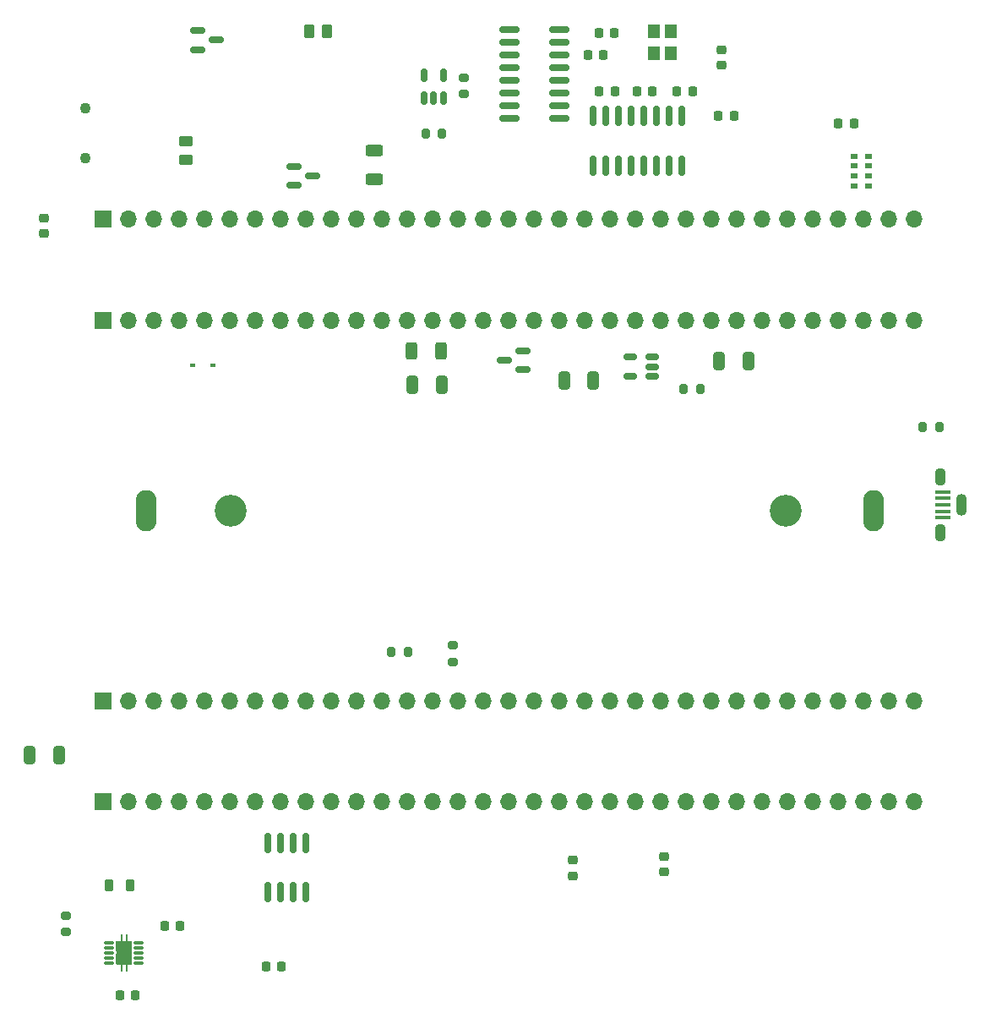
<source format=gbr>
%TF.GenerationSoftware,KiCad,Pcbnew,(6.0.2)*%
%TF.CreationDate,2022-04-08T22:35:16+02:00*%
%TF.ProjectId,main,6d61696e-2e6b-4696-9361-645f70636258,rev?*%
%TF.SameCoordinates,Original*%
%TF.FileFunction,Soldermask,Top*%
%TF.FilePolarity,Negative*%
%FSLAX46Y46*%
G04 Gerber Fmt 4.6, Leading zero omitted, Abs format (unit mm)*
G04 Created by KiCad (PCBNEW (6.0.2)) date 2022-04-08 22:35:16*
%MOMM*%
%LPD*%
G01*
G04 APERTURE LIST*
G04 Aperture macros list*
%AMRoundRect*
0 Rectangle with rounded corners*
0 $1 Rounding radius*
0 $2 $3 $4 $5 $6 $7 $8 $9 X,Y pos of 4 corners*
0 Add a 4 corners polygon primitive as box body*
4,1,4,$2,$3,$4,$5,$6,$7,$8,$9,$2,$3,0*
0 Add four circle primitives for the rounded corners*
1,1,$1+$1,$2,$3*
1,1,$1+$1,$4,$5*
1,1,$1+$1,$6,$7*
1,1,$1+$1,$8,$9*
0 Add four rect primitives between the rounded corners*
20,1,$1+$1,$2,$3,$4,$5,0*
20,1,$1+$1,$4,$5,$6,$7,0*
20,1,$1+$1,$6,$7,$8,$9,0*
20,1,$1+$1,$8,$9,$2,$3,0*%
G04 Aperture macros list end*
%ADD10O,2.070000X4.140000*%
%ADD11C,3.200000*%
%ADD12O,1.700000X1.700000*%
%ADD13R,1.700000X1.700000*%
%ADD14RoundRect,0.250000X0.312500X0.625000X-0.312500X0.625000X-0.312500X-0.625000X0.312500X-0.625000X0*%
%ADD15RoundRect,0.200000X0.200000X0.275000X-0.200000X0.275000X-0.200000X-0.275000X0.200000X-0.275000X0*%
%ADD16RoundRect,0.150000X0.512500X0.150000X-0.512500X0.150000X-0.512500X-0.150000X0.512500X-0.150000X0*%
%ADD17RoundRect,0.225000X-0.225000X-0.250000X0.225000X-0.250000X0.225000X0.250000X-0.225000X0.250000X0*%
%ADD18RoundRect,0.225000X-0.250000X0.225000X-0.250000X-0.225000X0.250000X-0.225000X0.250000X0.225000X0*%
%ADD19RoundRect,0.200000X0.275000X-0.200000X0.275000X0.200000X-0.275000X0.200000X-0.275000X-0.200000X0*%
%ADD20RoundRect,0.250000X0.450000X-0.262500X0.450000X0.262500X-0.450000X0.262500X-0.450000X-0.262500X0*%
%ADD21RoundRect,0.218750X0.218750X0.381250X-0.218750X0.381250X-0.218750X-0.381250X0.218750X-0.381250X0*%
%ADD22RoundRect,0.225000X0.250000X-0.225000X0.250000X0.225000X-0.250000X0.225000X-0.250000X-0.225000X0*%
%ADD23RoundRect,0.250000X0.625000X-0.312500X0.625000X0.312500X-0.625000X0.312500X-0.625000X-0.312500X0*%
%ADD24R,0.720000X0.600000*%
%ADD25RoundRect,0.150000X-0.587500X-0.150000X0.587500X-0.150000X0.587500X0.150000X-0.587500X0.150000X0*%
%ADD26RoundRect,0.225000X0.225000X0.250000X-0.225000X0.250000X-0.225000X-0.250000X0.225000X-0.250000X0*%
%ADD27RoundRect,0.150000X-0.150000X0.825000X-0.150000X-0.825000X0.150000X-0.825000X0.150000X0.825000X0*%
%ADD28C,1.100000*%
%ADD29RoundRect,0.250000X0.262500X0.450000X-0.262500X0.450000X-0.262500X-0.450000X0.262500X-0.450000X0*%
%ADD30RoundRect,0.250000X-0.325000X-0.650000X0.325000X-0.650000X0.325000X0.650000X-0.325000X0.650000X0*%
%ADD31RoundRect,0.150000X0.587500X0.150000X-0.587500X0.150000X-0.587500X-0.150000X0.587500X-0.150000X0*%
%ADD32O,1.100000X2.200000*%
%ADD33O,1.100000X1.800000*%
%ADD34R,1.500000X0.450000*%
%ADD35RoundRect,0.250000X0.325000X0.650000X-0.325000X0.650000X-0.325000X-0.650000X0.325000X-0.650000X0*%
%ADD36RoundRect,0.150000X0.150000X-0.512500X0.150000X0.512500X-0.150000X0.512500X-0.150000X-0.512500X0*%
%ADD37RoundRect,0.150000X0.825000X0.150000X-0.825000X0.150000X-0.825000X-0.150000X0.825000X-0.150000X0*%
%ADD38R,1.200000X1.400000*%
%ADD39RoundRect,0.200000X-0.275000X0.200000X-0.275000X-0.200000X0.275000X-0.200000X0.275000X0.200000X0*%
%ADD40R,0.600000X0.450000*%
%ADD41RoundRect,0.200000X-0.200000X-0.275000X0.200000X-0.275000X0.200000X0.275000X-0.200000X0.275000X0*%
%ADD42O,0.990000X0.420000*%
%ADD43RoundRect,0.070000X-0.140000X-0.140000X0.140000X-0.140000X0.140000X0.140000X-0.140000X0.140000X0*%
%ADD44R,0.280000X0.700000*%
%ADD45C,0.600000*%
%ADD46R,0.260000X0.500000*%
%ADD47R,1.650000X2.400000*%
%ADD48R,0.680000X1.050000*%
G04 APERTURE END LIST*
D10*
%TO.C,BT1*%
X98320000Y-96520000D03*
X171220000Y-96520000D03*
D11*
X106815000Y-96520000D03*
X162430000Y-96520000D03*
%TD*%
D12*
%TO.C,J1*%
X175260000Y-67310000D03*
X172720000Y-67310000D03*
X170180000Y-67310000D03*
X167640000Y-67310000D03*
X165100000Y-67310000D03*
X162560000Y-67310000D03*
X160020000Y-67310000D03*
X157480000Y-67310000D03*
X154940000Y-67310000D03*
X152400000Y-67310000D03*
X149860000Y-67310000D03*
X147320000Y-67310000D03*
X144780000Y-67310000D03*
X142240000Y-67310000D03*
X139700000Y-67310000D03*
X137160000Y-67310000D03*
X134620000Y-67310000D03*
X132080000Y-67310000D03*
X129540000Y-67310000D03*
X127000000Y-67310000D03*
X124460000Y-67310000D03*
X121920000Y-67310000D03*
X119380000Y-67310000D03*
X116840000Y-67310000D03*
X114300000Y-67310000D03*
X111760000Y-67310000D03*
X109220000Y-67310000D03*
X106680000Y-67310000D03*
X104140000Y-67310000D03*
X101600000Y-67310000D03*
X99060000Y-67310000D03*
X96520000Y-67310000D03*
D13*
X93980000Y-67310000D03*
%TD*%
%TO.C,J4*%
X93980000Y-125680000D03*
D12*
X96520000Y-125680000D03*
X99060000Y-125680000D03*
X101600000Y-125680000D03*
X104140000Y-125680000D03*
X106680000Y-125680000D03*
X109220000Y-125680000D03*
X111760000Y-125680000D03*
X114300000Y-125680000D03*
X116840000Y-125680000D03*
X119380000Y-125680000D03*
X121920000Y-125680000D03*
X124460000Y-125680000D03*
X127000000Y-125680000D03*
X129540000Y-125680000D03*
X132080000Y-125680000D03*
X134620000Y-125680000D03*
X137160000Y-125680000D03*
X139700000Y-125680000D03*
X142240000Y-125680000D03*
X144780000Y-125680000D03*
X147320000Y-125680000D03*
X149860000Y-125680000D03*
X152400000Y-125680000D03*
X154940000Y-125680000D03*
X157480000Y-125680000D03*
X160020000Y-125680000D03*
X162560000Y-125680000D03*
X165100000Y-125680000D03*
X167640000Y-125680000D03*
X170180000Y-125680000D03*
X172720000Y-125680000D03*
X175260000Y-125680000D03*
%TD*%
D14*
%TO.C,R17*%
X127862500Y-80500000D03*
X124937500Y-80500000D03*
%TD*%
D15*
%TO.C,R2*%
X153850000Y-84350000D03*
X152200000Y-84350000D03*
%TD*%
D16*
%TO.C,U1*%
X149087500Y-83050000D03*
X149087500Y-82100000D03*
X149087500Y-81150000D03*
X146812500Y-81150000D03*
X146812500Y-83050000D03*
%TD*%
D17*
%TO.C,C34*%
X147525000Y-54500000D03*
X149075000Y-54500000D03*
%TD*%
D18*
%TO.C,C30*%
X141050000Y-131525000D03*
X141050000Y-133075000D03*
%TD*%
D19*
%TO.C,R5*%
X90300000Y-138725000D03*
X90300000Y-137075000D03*
%TD*%
D20*
%TO.C,R16*%
X102350000Y-61362500D03*
X102350000Y-59537500D03*
%TD*%
D21*
%TO.C,L1*%
X96762500Y-134000000D03*
X94637500Y-134000000D03*
%TD*%
D22*
%TO.C,C10*%
X150250000Y-132675000D03*
X150250000Y-131125000D03*
%TD*%
D15*
%TO.C,R4*%
X177825000Y-88175000D03*
X176175000Y-88175000D03*
%TD*%
D23*
%TO.C,R18*%
X121150000Y-60437500D03*
X121150000Y-63362500D03*
%TD*%
D15*
%TO.C,R20*%
X124550000Y-110700000D03*
X122900000Y-110700000D03*
%TD*%
D19*
%TO.C,R24*%
X130150000Y-54825000D03*
X130150000Y-53175000D03*
%TD*%
D17*
%TO.C,C36*%
X143750000Y-54550000D03*
X145300000Y-54550000D03*
%TD*%
D24*
%TO.C,U8*%
X170700000Y-61015000D03*
X170700000Y-62005000D03*
X170700000Y-62995000D03*
X170700000Y-63985000D03*
X169300000Y-63985000D03*
X169300000Y-62995000D03*
X169300000Y-62005000D03*
X169300000Y-61015000D03*
%TD*%
D25*
%TO.C,Q5*%
X103462500Y-48450000D03*
X103462500Y-50350000D03*
X105337500Y-49400000D03*
%TD*%
D26*
%TO.C,C6*%
X97250000Y-145000000D03*
X95700000Y-145000000D03*
%TD*%
D27*
%TO.C,U11*%
X152045000Y-57025000D03*
X150775000Y-57025000D03*
X149505000Y-57025000D03*
X148235000Y-57025000D03*
X146965000Y-57025000D03*
X145695000Y-57025000D03*
X144425000Y-57025000D03*
X143155000Y-57025000D03*
X143155000Y-61975000D03*
X144425000Y-61975000D03*
X145695000Y-61975000D03*
X146965000Y-61975000D03*
X148235000Y-61975000D03*
X149505000Y-61975000D03*
X150775000Y-61975000D03*
X152045000Y-61975000D03*
%TD*%
D17*
%TO.C,C31*%
X142625000Y-50850000D03*
X144175000Y-50850000D03*
%TD*%
D28*
%TO.C,BZ1*%
X92200000Y-56200000D03*
X92200000Y-61200000D03*
%TD*%
D17*
%TO.C,C33*%
X151525000Y-54550000D03*
X153075000Y-54550000D03*
%TD*%
D29*
%TO.C,R15*%
X116462500Y-48550000D03*
X114637500Y-48550000D03*
%TD*%
D30*
%TO.C,C5*%
X140200000Y-83450000D03*
X143150000Y-83450000D03*
%TD*%
D22*
%TO.C,C28*%
X156000000Y-51925000D03*
X156000000Y-50375000D03*
%TD*%
D27*
%TO.C,U9*%
X114305000Y-129775000D03*
X113035000Y-129775000D03*
X111765000Y-129775000D03*
X110495000Y-129775000D03*
X110495000Y-134725000D03*
X111765000Y-134725000D03*
X113035000Y-134725000D03*
X114305000Y-134725000D03*
%TD*%
D31*
%TO.C,Q4*%
X136087500Y-82400000D03*
X136087500Y-80500000D03*
X134212500Y-81450000D03*
%TD*%
D32*
%TO.C,J5*%
X180075000Y-95925000D03*
D33*
X177925000Y-98725000D03*
X177925000Y-93125000D03*
D34*
X178175000Y-94625000D03*
X178175000Y-95275000D03*
X178175000Y-95925000D03*
X178175000Y-96575000D03*
X178175000Y-97225000D03*
%TD*%
D17*
%TO.C,C7*%
X100175000Y-138100000D03*
X101725000Y-138100000D03*
%TD*%
D35*
%TO.C,C3*%
X158725000Y-81550000D03*
X155775000Y-81550000D03*
%TD*%
D17*
%TO.C,C9*%
X110350000Y-142200000D03*
X111900000Y-142200000D03*
%TD*%
D36*
%TO.C,U4*%
X126200000Y-55237500D03*
X127150000Y-55237500D03*
X128100000Y-55237500D03*
X128100000Y-52962500D03*
X126200000Y-52962500D03*
%TD*%
D37*
%TO.C,U10*%
X139725000Y-57245000D03*
X139725000Y-55975000D03*
X139725000Y-54705000D03*
X139725000Y-53435000D03*
X139725000Y-52165000D03*
X139725000Y-50895000D03*
X139725000Y-49625000D03*
X139725000Y-48355000D03*
X134775000Y-48355000D03*
X134775000Y-49625000D03*
X134775000Y-50895000D03*
X134775000Y-52165000D03*
X134775000Y-53435000D03*
X134775000Y-54705000D03*
X134775000Y-55975000D03*
X134775000Y-57245000D03*
%TD*%
D30*
%TO.C,C8*%
X86625000Y-121000000D03*
X89575000Y-121000000D03*
%TD*%
D25*
%TO.C,Q6*%
X113175000Y-62050000D03*
X113175000Y-63950000D03*
X115050000Y-63000000D03*
%TD*%
D38*
%TO.C,Y1*%
X150900000Y-50750000D03*
X150900000Y-48550000D03*
X149200000Y-48550000D03*
X149200000Y-50750000D03*
%TD*%
D17*
%TO.C,C35*%
X155675000Y-56950000D03*
X157225000Y-56950000D03*
%TD*%
D22*
%TO.C,C20*%
X88050000Y-68775000D03*
X88050000Y-67225000D03*
%TD*%
D26*
%TO.C,C29*%
X145250000Y-48650000D03*
X143700000Y-48650000D03*
%TD*%
D39*
%TO.C,R22*%
X129050000Y-110025000D03*
X129050000Y-111675000D03*
%TD*%
D40*
%TO.C,D5*%
X102950000Y-81950000D03*
X105050000Y-81950000D03*
%TD*%
D41*
%TO.C,R23*%
X126325000Y-58750000D03*
X127975000Y-58750000D03*
%TD*%
D42*
%TO.C,U3*%
X94625000Y-139800000D03*
D43*
X94340000Y-139800000D03*
D42*
X94625000Y-140300000D03*
D43*
X94340000Y-140300000D03*
D42*
X94625000Y-140800000D03*
D43*
X94340000Y-140800000D03*
X94340000Y-141300000D03*
D42*
X94625000Y-141300000D03*
X94625000Y-141800000D03*
D43*
X94340000Y-141800000D03*
D42*
X97575000Y-141800000D03*
D43*
X97860000Y-141800000D03*
X97860000Y-141300000D03*
D42*
X97575000Y-141300000D03*
D43*
X97860000Y-140800000D03*
D42*
X97575000Y-140800000D03*
X97575000Y-140300000D03*
D43*
X97860000Y-140300000D03*
D42*
X97575000Y-139800000D03*
D43*
X97860000Y-139800000D03*
D44*
X96350000Y-142350000D03*
D45*
X95600000Y-140050000D03*
D46*
X95850000Y-142430000D03*
D47*
X96100000Y-140800000D03*
D44*
X95850000Y-142350000D03*
D46*
X96350000Y-139170000D03*
D44*
X96350000Y-139250000D03*
X95850000Y-139250000D03*
D48*
X96550000Y-141435000D03*
D45*
X96600000Y-141550000D03*
D46*
X96350000Y-142430000D03*
X95850000Y-139170000D03*
D45*
X95600000Y-141550000D03*
D48*
X95650000Y-140165000D03*
X96550000Y-140165000D03*
D45*
X96600000Y-140050000D03*
X96100000Y-140800000D03*
D48*
X95650000Y-141435000D03*
%TD*%
D35*
%TO.C,C1*%
X127925000Y-83950000D03*
X124975000Y-83950000D03*
%TD*%
D26*
%TO.C,C32*%
X169250000Y-57750000D03*
X167700000Y-57750000D03*
%TD*%
D13*
%TO.C,J2*%
X93980000Y-77470000D03*
D12*
X96520000Y-77470000D03*
X99060000Y-77470000D03*
X101600000Y-77470000D03*
X104140000Y-77470000D03*
X106680000Y-77470000D03*
X109220000Y-77470000D03*
X111760000Y-77470000D03*
X114300000Y-77470000D03*
X116840000Y-77470000D03*
X119380000Y-77470000D03*
X121920000Y-77470000D03*
X124460000Y-77470000D03*
X127000000Y-77470000D03*
X129540000Y-77470000D03*
X132080000Y-77470000D03*
X134620000Y-77470000D03*
X137160000Y-77470000D03*
X139700000Y-77470000D03*
X142240000Y-77470000D03*
X144780000Y-77470000D03*
X147320000Y-77470000D03*
X149860000Y-77470000D03*
X152400000Y-77470000D03*
X154940000Y-77470000D03*
X157480000Y-77470000D03*
X160020000Y-77470000D03*
X162560000Y-77470000D03*
X165100000Y-77470000D03*
X167640000Y-77470000D03*
X170180000Y-77470000D03*
X172720000Y-77470000D03*
X175260000Y-77470000D03*
%TD*%
D13*
%TO.C,J3*%
X93980000Y-115570000D03*
D12*
X96520000Y-115570000D03*
X99060000Y-115570000D03*
X101600000Y-115570000D03*
X104140000Y-115570000D03*
X106680000Y-115570000D03*
X109220000Y-115570000D03*
X111760000Y-115570000D03*
X114300000Y-115570000D03*
X116840000Y-115570000D03*
X119380000Y-115570000D03*
X121920000Y-115570000D03*
X124460000Y-115570000D03*
X127000000Y-115570000D03*
X129540000Y-115570000D03*
X132080000Y-115570000D03*
X134620000Y-115570000D03*
X137160000Y-115570000D03*
X139700000Y-115570000D03*
X142240000Y-115570000D03*
X144780000Y-115570000D03*
X147320000Y-115570000D03*
X149860000Y-115570000D03*
X152400000Y-115570000D03*
X154940000Y-115570000D03*
X157480000Y-115570000D03*
X160020000Y-115570000D03*
X162560000Y-115570000D03*
X165100000Y-115570000D03*
X167640000Y-115570000D03*
X170180000Y-115570000D03*
X172720000Y-115570000D03*
X175260000Y-115570000D03*
%TD*%
M02*

</source>
